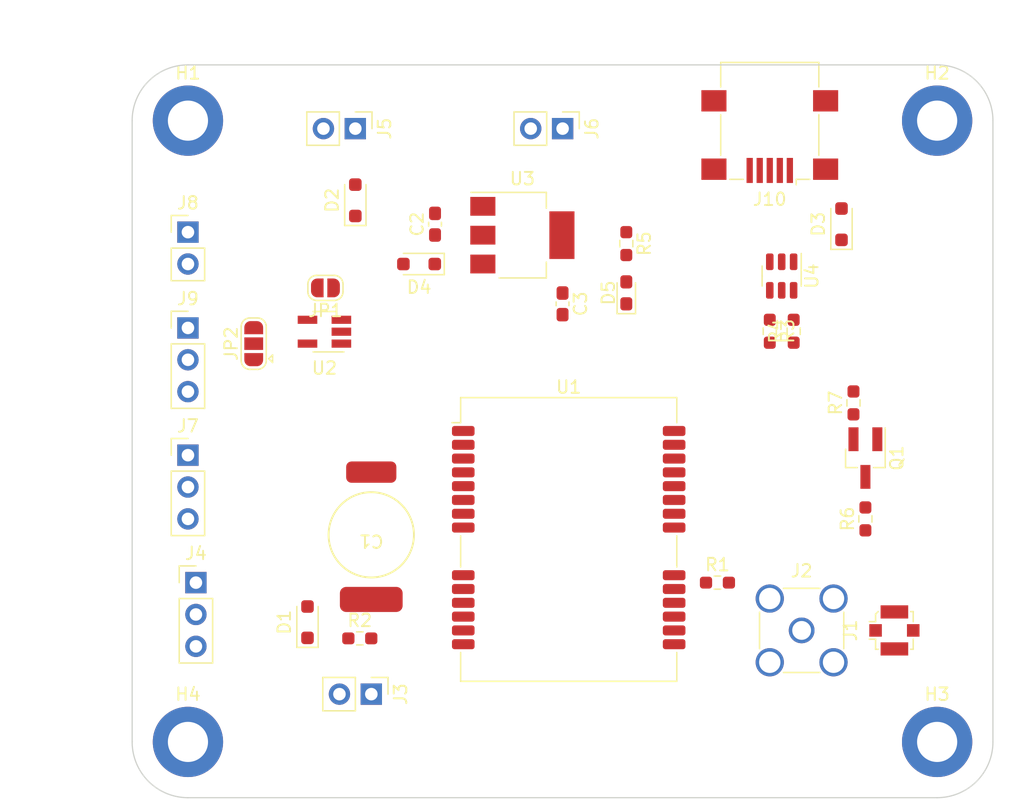
<source format=kicad_pcb>
(kicad_pcb (version 20221018) (generator pcbnew)
  (layers (0 "F.Cu" signal) (31 "B.Cu" signal) (34 "B.Paste" user) (35 "F.Paste" user) (36 "B.SilkS" user "B.Silkscreen") (37 "F.SilkS" user "F.Silkscreen") (38 "B.Mask" user) (39 "F.Mask" user) (44 "Edge.Cuts" user))
  (net 0 "")
  (net 1 "GND")
  (net 2 "+3.3V")
  (net 3 "+5V")
  (net 4 "Net-(D5-A)")
  (net 5 "Net-(J8-Pin_1)")
  (net 6 "Net-(J3-Pin_1)")
  (net 7 "Net-(D1-K)")
  (net 8 "Net-(J9-Pin_1)")
  (net 9 "Net-(J4-Pin_1)")
  (net 10 "Net-(J4-Pin_2)")
  (net 11 "Net-(J9-Pin_2)")
  (net 12 "Net-(J10-D-)")
  (net 13 "Net-(J10-D+)")
  (net 14 "Net-(J7-Pin_1)")
  (net 15 "Net-(J7-Pin_2)")
  (net 16 "VBUS")
  (net 18 "Net-(JP1-A)")
  (net 19 "Net-(JP2-C)")
  (net 20 "Net-(Q1-B)")
  (net 21 "VDDUSB")
  (net 22 "Net-(U1-V_ANT)")
  (net 23 "Net-(U1-VCC_RF)")
  (net 24 "USB_DP")
  (net 25 "USB_DM")
  (net 26 "Net-(R3-Pad1)")
  (net 31 "Net-(J1-In)")
  (net 37 "5V_IN")
  (net 38 "Net-(R4-Pad2)")
  (footprint "Connector_PinHeader_2.54mm:PinHeader_1x03_P2.54mm_Vertical" (layer "F.Cu") (at 86.995 115.57)
    (fp_text reference "J7" (at 0 -2.33) (layer "F.SilkS"))
    (fp_text value "Conn_01x03")
    (fp_line (start -1.33 -1.33) (end 0 -1.33) (stroke (width 0.12)) (layer "F.SilkS"))
    (fp_line (start -1.33 0) (end -1.33 -1.33) (stroke (width 0.12)) (layer "F.SilkS"))
    (fp_line (start -1.33 1.27) (end -1.33 6.41) (stroke (width 0.12)) (layer "F.SilkS"))
    (fp_line (start -1.33 1.27) (end 1.33 1.27) (stroke (width 0.12)) (layer "F.SilkS"))
    (fp_line (start -1.33 6.41) (end 1.33 6.41) (stroke (width 0.12)) (layer "F.SilkS"))
    (fp_line (start 1.33 1.27) (end 1.33 6.41) (stroke (width 0.12)) (layer "F.SilkS"))
    (pad "1" thru_hole rect (at 0 0) (size 1.7 1.7) (drill 1) (layers "*.Cu" "*.Mask") (net 14 "Net-(J7-Pin_1)"))
    (pad "2" thru_hole oval (at 0 2.54) (size 1.7 1.7) (drill 1) (layers "*.Cu" "*.Mask") (net 15 "Net-(J7-Pin_2)"))
    (pad "3" thru_hole oval (at 0 5.08) (size 1.7 1.7) (drill 1) (layers "*.Cu" "*.Mask") (net 1 "GND"))
  )
  (footprint "Connector_PinHeader_2.54mm:PinHeader_1x03_P2.54mm_Vertical" (layer "F.Cu") (at 86.995 105.425)
    (fp_text reference "J9" (at 0 -2.33) (layer "F.SilkS"))
    (fp_text value "Conn_01x03")
    (fp_line (start -1.33 -1.33) (end 0 -1.33) (stroke (width 0.12)) (layer "F.SilkS"))
    (fp_line (start -1.33 0) (end -1.33 -1.33) (stroke (width 0.12)) (layer "F.SilkS"))
    (fp_line (start -1.33 1.27) (end -1.33 6.41) (stroke (width 0.12)) (layer "F.SilkS"))
    (fp_line (start -1.33 1.27) (end 1.33 1.27) (stroke (width 0.12)) (layer "F.SilkS"))
    (fp_line (start -1.33 6.41) (end 1.33 6.41) (stroke (width 0.12)) (layer "F.SilkS"))
    (fp_line (start 1.33 1.27) (end 1.33 6.41) (stroke (width 0.12)) (layer "F.SilkS"))
    (pad "1" thru_hole rect (at 0 0) (size 1.7 1.7) (drill 1) (layers "*.Cu" "*.Mask") (net 8 "Net-(J9-Pin_1)"))
    (pad "2" thru_hole oval (at 0 2.54) (size 1.7 1.7) (drill 1) (layers "*.Cu" "*.Mask") (net 11 "Net-(J9-Pin_2)"))
    (pad "3" thru_hole oval (at 0 5.08) (size 1.7 1.7) (drill 1) (layers "*.Cu" "*.Mask") (net 1 "GND"))
  )
  (footprint "Package_TO_SOT_SMD:SOT-23_Handsoldering" (layer "F.Cu") (at 140.97 115.8 -90)
    (fp_text reference "Q1" (at 0 -2.5 90) (layer "F.SilkS"))
    (fp_text value "NPN")
    (fp_line (start 0.76 -1.58) (end -2.4 -1.58) (stroke (width 0.12)) (layer "F.SilkS"))
    (fp_line (start 0.76 -1.58) (end 0.76 -0.65) (stroke (width 0.12)) (layer "F.SilkS"))
    (fp_line (start 0.76 1.58) (end -0.7 1.58) (stroke (width 0.12)) (layer "F.SilkS"))
    (fp_line (start 0.76 1.58) (end 0.76 0.65) (stroke (width 0.12)) (layer "F.SilkS"))
    (pad "1" smd rect (at -1.5 -0.95 270) (size 1.9 0.8) (layers "F.Cu" "F.Paste" "F.Mask") (net 2 "+3.3V"))
    (pad "2" smd rect (at -1.5 0.95 270) (size 1.9 0.8) (layers "F.Cu" "F.Paste" "F.Mask") (net 20 "Net-(Q1-B)"))
    (pad "3" smd rect (at 1.5 0 270) (size 1.9 0.8) (layers "F.Cu" "F.Paste" "F.Mask") (net 21 "VDDUSB"))
  )
  (footprint "Jumper:SolderJumper-2_P1.3mm_Open_RoundedPad1.0x1.5mm" (layer "F.Cu") (at 97.95 102.235 180)
    (fp_text reference "JP1" (at 0 -1.8) (layer "F.SilkS"))
    (fp_text value "SolderJumper_2_Open")
    (fp_line (start -1.4 0.3) (end -1.4 -0.3) (stroke (width 0.12)) (layer "F.SilkS"))
    (fp_line (start -0.7 -1) (end 0.7 -1) (stroke (width 0.12)) (layer "F.SilkS"))
    (fp_line (start 0.7 1) (end -0.7 1) (stroke (width 0.12)) (layer "F.SilkS"))
    (fp_line (start 1.4 -0.3) (end 1.4 0.3) (stroke (width 0.12)) (layer "F.SilkS"))
    (fp_arc (start -1.4 -0.3) (mid -1.194975 -0.794975) (end -0.7 -1) (stroke (width 0.12)) (layer "F.SilkS"))
    (fp_arc (start -0.7 1) (mid -1.194975 0.794975) (end -1.4 0.3) (stroke (width 0.12)) (layer "F.SilkS"))
    (fp_arc (start 0.7 -1) (mid 1.194975 -0.794975) (end 1.4 -0.3) (stroke (width 0.12)) (layer "F.SilkS"))
    (fp_arc (start 1.4 0.3) (mid 1.194975 0.794975) (end 0.7 1) (stroke (width 0.12)) (layer "F.SilkS"))
    (pad "1" smd custom (at -0.65 0 180) (size 1 0.5) (layers "F.Cu" "F.Mask") (net 18 "Net-(JP1-A)") (options (clearance outline) (anchor rect)) (primitives (gr_circle (center 0 0.25) (end 0.5 0.25) (width 0) (fill yes)) (gr_circle (center 0 -0.25) (end 0.5 -0.25) (width 0) (fill yes)) (gr_poly (pts (xy 0.5 0.75) (xy 0 0.75) (xy 0 -0.75) (xy 0.5 -0.75)) (width 0) (fill yes))))
    (pad "2" smd custom (at 0.65 0 180) (size 1 0.5) (layers "F.Cu" "F.Mask") (net 5 "Net-(J8-Pin_1)") (options (clearance outline) (anchor rect)) (primitives (gr_circle (center 0 0.25) (end 0.5 0.25) (width 0) (fill yes)) (gr_circle (center 0 -0.25) (end 0.5 -0.25) (width 0) (fill yes)) (gr_poly (pts (xy 0 0.75) (xy -0.5 0.75) (xy -0.5 -0.75) (xy 0 -0.75)) (width 0) (fill yes))))
  )
  (footprint "Package_TO_SOT_SMD:SOT-23-5_HandSoldering" (layer "F.Cu") (at 97.87 105.725 180)
    (fp_text reference "U2" (at 0 -2.9) (layer "F.SilkS"))
    (fp_text value "74LVC1G17")
    (fp_line (start -0.9 1.61) (end 0.9 1.61) (stroke (width 0.12)) (layer "F.SilkS"))
    (fp_line (start 0.9 -1.61) (end -1.55 -1.61) (stroke (width 0.12)) (layer "F.SilkS"))
    (pad "1" smd rect (at -1.35 -0.95 180) (size 1.56 0.65) (layers "F.Cu" "F.Paste" "F.Mask"))
    (pad "2" smd rect (at -1.35 0 180) (size 1.56 0.65) (layers "F.Cu" "F.Paste" "F.Mask") (net 18 "Net-(JP1-A)"))
    (pad "3" smd rect (at -1.35 0.95 180) (size 1.56 0.65) (layers "F.Cu" "F.Paste" "F.Mask") (net 1 "GND"))
    (pad "4" smd rect (at 1.35 0.95 180) (size 1.56 0.65) (layers "F.Cu" "F.Paste" "F.Mask") (net 5 "Net-(J8-Pin_1)"))
    (pad "5" smd rect (at 1.35 -0.95 180) (size 1.56 0.65) (layers "F.Cu" "F.Paste" "F.Mask") (net 19 "Net-(JP2-C)"))
  )
  (footprint "RF_GPS:ublox_LEA" (layer "F.Cu") (at 117.33 122.14)
    (fp_text reference "U1" (at 0 -12) (layer "F.SilkS"))
    (fp_text value "~")
    (fp_line (start -9.3 -9.16) (end -8.61 -9.16) (stroke (width 0.12)) (layer "F.SilkS"))
    (fp_line (start -8.61 -11.16) (end -8.61 -9.16) (stroke (width 0.12)) (layer "F.SilkS"))
    (fp_line (start -8.61 -11.16) (end 8.61 -11.16) (stroke (width 0.12)) (layer "F.SilkS"))
    (fp_line (start -8.61 -0.14) (end -8.61 2.34) (stroke (width 0.12)) (layer "F.SilkS"))
    (fp_line (start -8.61 9.16) (end -8.61 11.46) (stroke (width 0.12)) (layer "F.SilkS"))
    (fp_line (start -8.61 11.46) (end 8.61 11.46) (stroke (width 0.12)) (layer "F.SilkS"))
    (fp_line (start 8.61 -11.16) (end 8.61 -9.16) (stroke (width 0.12)) (layer "F.SilkS"))
    (fp_line (start 8.61 -0.14) (end 8.61 2.34) (stroke (width 0.12)) (layer "F.SilkS"))
    (fp_line (start 8.61 9.16) (end 8.61 11.46) (stroke (width 0.12)) (layer "F.SilkS"))
    (pad "1" smd roundrect (at -8.4 -8.5) (size 1.8 0.8) (layers "F.Cu" "F.Paste" "F.Mask") (net 8 "Net-(J9-Pin_1)"))
    (pad "2" smd roundrect (at -8.4 -7.4) (size 1.8 0.8) (layers "F.Cu" "F.Paste" "F.Mask") (net 11 "Net-(J9-Pin_2)"))
    (pad "3" smd roundrect (at -8.4 -6.3) (size 1.8 0.8) (layers "F.Cu" "F.Paste" "F.Mask") (net 14 "Net-(J7-Pin_1)"))
    (pad "4" smd roundrect (at -8.4 -5.2) (size 1.8 0.8) (layers "F.Cu" "F.Paste" "F.Mask") (net 15 "Net-(J7-Pin_2)"))
    (pad "5" smd roundrect (at -8.4 -4.1) (size 1.8 0.8) (layers "F.Cu" "F.Paste" "F.Mask"))
    (pad "6" smd roundrect (at -8.4 -3) (size 1.8 0.8) (layers "F.Cu" "F.Paste" "F.Mask") (net 2 "+3.3V"))
    (pad "7" smd roundrect (at -8.4 -1.9) (size 1.8 0.8) (layers "F.Cu" "F.Paste" "F.Mask") (net 1 "GND"))
    (pad "8" smd roundrect (at -8.4 -0.8) (size 1.8 0.8) (layers "F.Cu" "F.Paste" "F.Mask"))
    (pad "9" smd roundrect (at -8.4 3) (size 1.8 0.8) (layers "F.Cu" "F.Paste" "F.Mask"))
    (pad "10" smd roundrect (at -8.4 4.1) (size 1.8 0.8) (layers "F.Cu" "F.Paste" "F.Mask") (net 9 "Net-(J4-Pin_1)"))
    (pad "11" smd roundrect (at -8.4 5.2) (size 1.8 0.8) (layers "F.Cu" "F.Paste" "F.Mask") (net 6 "Net-(J3-Pin_1)"))
    (pad "12" smd roundrect (at -8.4 6.3) (size 1.8 0.8) (layers "F.Cu" "F.Paste" "F.Mask"))
    (pad "13" smd roundrect (at -8.4 7.4) (size 1.8 0.8) (layers "F.Cu" "F.Paste" "F.Mask") (net 1 "GND"))
    (pad "14" smd roundrect (at -8.4 8.5) (size 1.8 0.8) (layers "F.Cu" "F.Paste" "F.Mask") (net 1 "GND"))
    (pad "15" smd roundrect (at 8.4 8.5) (size 1.8 0.8) (layers "F.Cu" "F.Paste" "F.Mask") (net 1 "GND"))
    (pad "16" smd roundrect (at 8.4 7.4) (size 1.8 0.8) (layers "F.Cu" "F.Paste" "F.Mask") (net 31 "Net-(J1-In)"))
    (pad "17" smd roundrect (at 8.4 6.3) (size 1.8 0.8) (layers "F.Cu" "F.Paste" "F.Mask") (net 1 "GND"))
    (pad "18" smd roundrect (at 8.4 5.2) (size 1.8 0.8) (layers "F.Cu" "F.Paste" "F.Mask") (net 23 "Net-(U1-VCC_RF)"))
    (pad "19" smd roundrect (at 8.4 4.1) (size 1.8 0.8) (layers "F.Cu" "F.Paste" "F.Mask") (net 22 "Net-(U1-V_ANT)"))
    (pad "20" smd roundrect (at 8.4 3) (size 1.8 0.8) (layers "F.Cu" "F.Paste" "F.Mask"))
    (pad "21" smd roundrect (at 8.4 -0.8) (size 1.8 0.8) (layers "F.Cu" "F.Paste" "F.Mask"))
    (pad "22" smd roundrect (at 8.4 -1.9) (size 1.8 0.8) (layers "F.Cu" "F.Paste" "F.Mask"))
    (pad "23" smd roundrect (at 8.4 -3) (size 1.8 0.8) (layers "F.Cu" "F.Paste" "F.Mask"))
    (pad "24" smd roundrect (at 8.4 -4.1) (size 1.8 0.8) (layers "F.Cu" "F.Paste" "F.Mask") (net 21 "VDDUSB"))
    (pad "25" smd roundrect (at 8.4 -5.2) (size 1.8 0.8) (layers "F.Cu" "F.Paste" "F.Mask") (net 25 "USB_DM"))
    (pad "26" smd roundrect (at 8.4 -6.3) (size 1.8 0.8) (layers "F.Cu" "F.Paste" "F.Mask") (net 24 "USB_DP"))
    (pad "27" smd roundrect (at 8.4 -7.4) (size 1.8 0.8) (layers "F.Cu" "F.Paste" "F.Mask") (net 10 "Net-(J4-Pin_2)"))
    (pad "28" smd roundrect (at 8.4 -8.5) (size 1.8 0.8) (layers "F.Cu" "F.Paste" "F.Mask") (net 18 "Net-(JP1-A)"))
  )
  (footprint "Connector_PinHeader_2.54mm:PinHeader_1x03_P2.54mm_Vertical" (layer "F.Cu") (at 87.63 125.73)
    (fp_text reference "J4" (at 0 -2.33) (layer "F.SilkS"))
    (fp_text value "Conn_01x03")
    (fp_line (start -1.33 -1.33) (end 0 -1.33) (stroke (width 0.12)) (layer "F.SilkS"))
    (fp_line (start -1.33 0) (end -1.33 -1.33) (stroke (width 0.12)) (layer "F.SilkS"))
    (fp_line (start -1.33 1.27) (end -1.33 6.41) (stroke (width 0.12)) (layer "F.SilkS"))
    (fp_line (start -1.33 1.27) (end 1.33 1.27) (stroke (width 0.12)) (layer "F.SilkS"))
    (fp_line (start -1.33 6.41) (end 1.33 6.41) (stroke (width 0.12)) (layer "F.SilkS"))
    (fp_line (start 1.33 1.27) (end 1.33 6.41) (stroke (width 0.12)) (layer "F.SilkS"))
    (pad "1" thru_hole rect (at 0 0) (size 1.7 1.7) (drill 1) (layers "*.Cu" "*.Mask") (net 9 "Net-(J4-Pin_1)"))
    (pad "2" thru_hole oval (at 0 2.54) (size 1.7 1.7) (drill 1) (layers "*.Cu" "*.Mask") (net 10 "Net-(J4-Pin_2)"))
    (pad "3" thru_hole oval (at 0 5.08) (size 1.7 1.7) (drill 1) (layers "*.Cu" "*.Mask") (net 1 "GND"))
  )
  (footprint "Resistor_SMD:R_0603_1608Metric_Pad0.98x0.95mm_HandSolder" (layer "F.Cu") (at 140.97 120.65 90)
    (fp_text reference "R6" (at 0 -1.43 90) (layer "F.SilkS"))
    (fp_text value "10k")
    (fp_line (start -0.254724 -0.5225) (end 0.254724 -0.5225) (stroke (width 0.12)) (layer "F.SilkS"))
    (fp_line (start -0.254724 0.5225) (end 0.254724 0.5225) (stroke (width 0.12)) (layer "F.SilkS"))
    (pad "1" smd roundrect (at -0.9125 0 90) (size 0.975 0.95) (layers "F.Cu" "F.Paste" "F.Mask") (net 1 "GND"))
    (pad "2" smd roundrect (at 0.9125 0 90) (size 0.975 0.95) (layers "F.Cu" "F.Paste" "F.Mask") (net 21 "VDDUSB"))
  )
  (footprint "Resistor_SMD:R_0603_1608Metric_Pad0.98x0.95mm_HandSolder" (layer "F.Cu") (at 135.255 105.6875 90)
    (fp_text reference "R4" (at 0 -1.43 90) (layer "F.SilkS"))
    (fp_text value "22")
    (fp_line (start -0.254724 -0.5225) (end 0.254724 -0.5225) (stroke (width 0.12)) (layer "F.SilkS"))
    (fp_line (start -0.254724 0.5225) (end 0.254724 0.5225) (stroke (width 0.12)) (layer "F.SilkS"))
    (pad "1" smd roundrect (at -0.9125 0 90) (size 0.975 0.95) (layers "F.Cu" "F.Paste" "F.Mask") (net 25 "USB_DM"))
    (pad "2" smd roundrect (at 0.9125 0 90) (size 0.975 0.95) (layers "F.Cu" "F.Paste" "F.Mask") (net 38 "Net-(R4-Pad2)"))
  )
  (footprint "Connector_PinHeader_2.54mm:PinHeader_1x02_P2.54mm_Vertical" (layer "F.Cu") (at 116.845 89.535 -90)
    (fp_text reference "J6" (at 0 -2.33 90) (layer "F.SilkS"))
    (fp_text value "Conn_01x02")
    (fp_line (start -1.33 -1.33) (end 0 -1.33) (stroke (width 0.12)) (layer "F.SilkS"))
    (fp_line (start -1.33 0) (end -1.33 -1.33) (stroke (width 0.12)) (layer "F.SilkS"))
    (fp_line (start -1.33 1.27) (end -1.33 3.87) (stroke (width 0.12)) (layer "F.SilkS"))
    (fp_line (start -1.33 1.27) (end 1.33 1.27) (stroke (width 0.12)) (layer "F.SilkS"))
    (fp_line (start -1.33 3.87) (end 1.33 3.87) (stroke (width 0.12)) (layer "F.SilkS"))
    (fp_line (start 1.33 1.27) (end 1.33 3.87) (stroke (width 0.12)) (layer "F.SilkS"))
    (pad "1" thru_hole rect (at 0 0 270) (size 1.7 1.7) (drill 1) (layers "*.Cu" "*.Mask") (net 2 "+3.3V"))
    (pad "2" thru_hole oval (at 0 2.54 270) (size 1.7 1.7) (drill 1) (layers "*.Cu" "*.Mask") (net 1 "GND"))
  )
  (footprint "Diode_SMD:D_SOD-323_HandSoldering" (layer "F.Cu") (at 96.52 128.885 90)
    (fp_text reference "D1" (at 0 -1.85 90) (layer "F.SilkS"))
    (fp_text value "BAT42W")
    (fp_line (start -2.01 -0.85) (end -2.01 0.85) (stroke (width 0.12)) (layer "F.SilkS"))
    (fp_line (start -2.01 -0.85) (end 1.25 -0.85) (stroke (width 0.12)) (layer "F.SilkS"))
    (fp_line (start -2.01 0.85) (end 1.25 0.85) (stroke (width 0.12)) (layer "F.SilkS"))
    (pad "1" smd roundrect (at -1.25 0 90) (size 1 1) (layers "F.Cu" "F.Paste" "F.Mask") (net 7 "Net-(D1-K)"))
    (pad "2" smd roundrect (at 1.25 0 90) (size 1 1) (layers "F.Cu" "F.Paste" "F.Mask") (net 2 "+3.3V"))
  )
  (footprint "Resistor_SMD:R_0603_1608Metric_Pad0.98x0.95mm_HandSolder" (layer "F.Cu") (at 129.1825 125.73)
    (fp_text reference "R1" (at 0 -1.43) (layer "F.SilkS"))
    (fp_text value "10")
    (fp_line (start -0.254724 -0.5225) (end 0.254724 -0.5225) (stroke (width 0.12)) (layer "F.SilkS"))
    (fp_line (start -0.254724 0.5225) (end 0.254724 0.5225) (stroke (width 0.12)) (layer "F.SilkS"))
    (pad "1" smd roundrect (at -0.9125 0) (size 0.975 0.95) (layers "F.Cu" "F.Paste" "F.Mask") (net 22 "Net-(U1-V_ANT)"))
    (pad "2" smd roundrect (at 0.9125 0) (size 0.975 0.95) (layers "F.Cu" "F.Paste" "F.Mask") (net 23 "Net-(U1-VCC_RF)"))
  )
  (footprint "Diode_SMD:D_SOD-323_HandSoldering" (layer "F.Cu") (at 139.065 97.155 90)
    (fp_text reference "D3" (at 0 -1.85 90) (layer "F.SilkS"))
    (fp_text value "BAT4W")
    (fp_line (start -2.01 -0.85) (end -2.01 0.85) (stroke (width 0.12)) (layer "F.SilkS"))
    (fp_line (start -2.01 -0.85) (end 1.25 -0.85) (stroke (width 0.12)) (layer "F.SilkS"))
    (fp_line (start -2.01 0.85) (end 1.25 0.85) (stroke (width 0.12)) (layer "F.SilkS"))
    (pad "1" smd roundrect (at -1.25 0 90) (size 1 1) (layers "F.Cu" "F.Paste" "F.Mask") (net 3 "+5V"))
    (pad "2" smd roundrect (at 1.25 0 90) (size 1 1) (layers "F.Cu" "F.Paste" "F.Mask") (net 16 "VBUS"))
  )
  (footprint "Connector_PinHeader_2.54mm:PinHeader_1x02_P2.54mm_Vertical" (layer "F.Cu") (at 86.995 97.79)
    (fp_text reference "J8" (at 0 -2.33) (layer "F.SilkS"))
    (fp_text value "Conn_01x02")
    (fp_line (start -1.33 -1.33) (end 0 -1.33) (stroke (width 0.12)) (layer "F.SilkS"))
    (fp_line (start -1.33 0) (end -1.33 -1.33) (stroke (width 0.12)) (layer "F.SilkS"))
    (fp_line (start -1.33 1.27) (end -1.33 3.87) (stroke (width 0.12)) (layer "F.SilkS"))
    (fp_line (start -1.33 1.27) (end 1.33 1.27) (stroke (width 0.12)) (layer "F.SilkS"))
    (fp_line (start -1.33 3.87) (end 1.33 3.87) (stroke (width 0.12)) (layer "F.SilkS"))
    (fp_line (start 1.33 1.27) (end 1.33 3.87) (stroke (width 0.12)) (layer "F.SilkS"))
    (pad "1" thru_hole rect (at 0 0) (size 1.7 1.7) (drill 1) (layers "*.Cu" "*.Mask") (net 5 "Net-(J8-Pin_1)"))
    (pad "2" thru_hole oval (at 0 2.54) (size 1.7 1.7) (drill 1) (layers "*.Cu" "*.Mask") (net 1 "GND"))
  )
  (footprint "MountingHole:MountingHole_3.2mm_M3_DIN965_Pad_TopBottom" (layer "F.Cu") (at 146.685 88.9)
    (fp_text reference "H2" (at 0 -3.8) (layer "F.SilkS"))
    (fp_text value "MountingHole_Pad")
    (pad "1" thru_hole circle (at 0 0) (size 3.6 3.6) (drill 3.2) (layers "*.Cu" "*.Mask"))
    (pad "1" connect circle (at 0 0) (size 5.6 5.6) (layers "F.Cu" "F.Mask"))
    (pad "1" connect circle (at 0 0) (size 5.6 5.6) (layers "B.Cu" "B.Mask"))
  )
  (footprint "DMS3R3224RF:DMS3R3224RF" (layer "F.Cu") (at 101.6 121.92 180)
    (fp_text reference "C1" (at 0 -0.5 180 unlocked) (layer "F.SilkS"))
    (fp_text value "0.22F")
    (fp_circle (center 0 0) (end 3.4 0) (stroke (width 0.15)) (fill none) (layer "F.SilkS"))
    (pad "1" smd roundrect (at 0 -5.15 180) (size 5 2) (layers "F.Cu" "F.Paste" "F.Mask") (net 6 "Net-(J3-Pin_1)"))
    (pad "2" smd roundrect (at 0 5 180) (size 4 1.7) (layers "F.Cu" "F.Paste" "F.Mask") (net 1 "GND"))
  )
  (footprint "Resistor_SMD:R_0603_1608Metric_Pad0.98x0.95mm_HandSolder" (layer "F.Cu") (at 140.02 111.4025 90)
    (fp_text reference "R7" (at 0 -1.43 90) (layer "F.SilkS"))
    (fp_text value "4.7k")
    (fp_line (start -0.254724 -0.5225) (end 0.254724 -0.5225) (stroke (width 0.12)) (layer "F.SilkS"))
    (fp_line (start -0.254724 0.5225) (end 0.254724 0.5225) (stroke (width 0.12)) (layer "F.SilkS"))
    (pad "1" smd roundrect (at -0.9125 0 90) (size 0.975 0.95) (layers "F.Cu" "F.Paste" "F.Mask") (net 20 "Net-(Q1-B)"))
    (pad "2" smd roundrect (at 0.9125 0 90) (size 0.975 0.95) (layers "F.Cu" "F.Paste" "F.Mask") (net 16 "VBUS"))
  )
  (footprint "Connector_Coaxial:U.FL_Molex_MCRF_73412-0110_Vertical" (layer "F.Cu") (at 143.28 129.54 -90)
    (fp_text reference "J1" (at 0 3.5 -270) (layer "F.SilkS"))
    (fp_text value "U.FL")
    (fp_line (start -1.5 -1.5) (end -0.7 -1.5) (stroke (width 0.12)) (layer "F.SilkS"))
    (fp_line (start -1.5 -1.3) (end -1.5 -1.5) (stroke (width 0.12)) (layer "F.SilkS"))
    (fp_line (start -1.3 1.5) (end -1.5 1.3) (stroke (width 0.12)) (layer "F.SilkS"))
    (fp_line (start -0.7 1.5) (end -1.3 1.5) (stroke (width 0.12)) (layer "F.SilkS"))
    (fp_line (start -0.7 1.5) (end -0.7 2) (stroke (width 0.12)) (layer "F.SilkS"))
    (fp_line (start 0.7 -1.5) (end 1.5 -1.5) (stroke (width 0.12)) (layer "F.SilkS"))
    (fp_line (start 0.7 1.5) (end 0.7 2) (stroke (width 0.12)) (layer "F.SilkS"))
    (fp_line (start 1.5 -1.5) (end 1.5 -1.3) (stroke (width 0.12)) (layer "F.SilkS"))
    (fp_line (start 1.5 1.3) (end 1.5 1.5) (stroke (width 0.12)) (layer "F.SilkS"))
    (fp_line (start 1.5 1.5) (end 0.7 1.5) (stroke (width 0.12)) (layer "F.SilkS"))
    (pad "1" smd rect (at 0 1.5 270) (size 1 1) (layers "F.Cu" "F.Paste" "F.Mask") (net 31 "Net-(J1-In)"))
    (pad "2" smd rect (at -1.475 0 270) (size 1.05 2.2) (layers "F.Cu" "F.Paste" "F.Mask") (net 1 "GND"))
    (pad "2" smd rect (at 0 -1.5 270) (size 1 1) (layers "F.Cu" "F.Paste" "F.Mask") (net 1 "GND"))
    (pad "2" smd rect (at 1.475 0 270) (size 1.05 2.2) (layers "F.Cu" "F.Paste" "F.Mask") (net 1 "GND"))
  )
  (footprint "MountingHole:MountingHole_3.2mm_M3_DIN965_Pad_TopBottom" (layer "F.Cu") (at 86.995 138.43)
    (fp_text reference "H4" (at 0 -3.8) (layer "F.SilkS"))
    (fp_text value "MountingHole_Pad")
    (pad "1" thru_hole circle (at 0 0) (size 3.6 3.6) (drill 3.2) (layers "*.Cu" "*.Mask"))
    (pad "1" connect circle (at 0 0) (size 5.6 5.6) (layers "F.Cu" "F.Mask"))
    (pad "1" connect circle (at 0 0) (size 5.6 5.6) (layers "B.Cu" "B.Mask"))
  )
  (footprint "Connector_PinHeader_2.54mm:PinHeader_1x02_P2.54mm_Vertical" (layer "F.Cu") (at 101.605 134.62 -90)
    (fp_text reference "J3" (at 0 -2.33 90) (layer "F.SilkS"))
    (fp_text value "Conn_01x02")
    (fp_line (start -1.33 -1.33) (end 0 -1.33) (stroke (width 0.12)) (layer "F.SilkS"))
    (fp_line (start -1.33 0) (end -1.33 -1.33) (stroke (width 0.12)) (layer "F.SilkS"))
    (fp_line (start -1.33 1.27) (end -1.33 3.87) (stroke (width 0.12)) (layer "F.SilkS"))
    (fp_line (start -1.33 1.27) (end 1.33 1.27) (stroke (width 0.12)) (layer "F.SilkS"))
    (fp_line (start -1.33 3.87) (end 1.33 3.87) (stroke (width 0.12)) (layer "F.SilkS"))
    (fp_line (start 1.33 1.27) (end 1.33 3.87) (stroke (width 0.12)) (layer "F.SilkS"))
    (pad "1" thru_hole rect (at 0 0 270) (size 1.7 1.7) (drill 1) (layers "*.Cu" "*.Mask") (net 6 "Net-(J3-Pin_1)"))
    (pad "2" thru_hole oval (at 0 2.54 270) (size 1.7 1.7) (drill 1) (layers "*.Cu" "*.Mask") (net 1 "GND"))
  )
  (footprint "Connector_Coaxial:SMA_Amphenol_901-144_Vertical" (layer "F.Cu") (at 135.89 129.54)
    (fp_text reference "J2" (at 0 -4.75) (layer "F.SilkS"))
    (fp_text value "SMA")
    (fp_line (start -3.355 -1.45) (end -3.355 1.45) (stroke (width 0.12)) (layer "F.SilkS"))
    (fp_line (start -1.45 -3.355) (end 1.45 -3.355) (stroke (width 0.12)) (layer "F.SilkS"))
    (fp_line (start -1.45 3.355) (end 1.45 3.355) (stroke (width 0.12)) (layer "F.SilkS"))
    (fp_line (start 3.355 -1.45) (end 3.355 1.45) (stroke (width 0.12)) (layer "F.SilkS"))
    (pad "1" thru_hole circle (at 0 0) (size 2.05 2.05) (drill 1.5) (layers "*.Cu" "*.Mask") (net 31 "Net-(J1-In)"))
    (pad "2" thru_hole circle (at -2.54 -2.54) (size 2.25 2.25) (drill 1.7) (layers "*.Cu" "*.Mask") (net 1 "GND"))
    (pad "2" thru_hole circle (at -2.54 2.54) (size 2.25 2.25) (drill 1.7) (layers "*.Cu" "*.Mask") (net 1 "GND"))
    (pad "2" thru_hole circle (at 2.54 -2.54) (size 2.25 2.25) (drill 1.7) (layers "*.Cu" "*.Mask") (net 1 "GND"))
    (pad "2" thru_hole circle (at 2.54 2.54) (size 2.25 2.25) (drill 1.7) (layers "*.Cu" "*.Mask") (net 1 "GND"))
  )
  (footprint "MountingHole:MountingHole_3.2mm_M3_DIN965_Pad_TopBottom" (layer "F.Cu") (at 86.995 88.9)
    (fp_text reference "H1" (at 0 -3.8) (layer "F.SilkS"))
    (fp_text value "MountingHole_Pad")
    (pad "1" thru_hole circle (at 0 0) (size 3.6 3.6) (drill 3.2) (layers "*.Cu" "*.Mask"))
    (pad "1" connect circle (at 0 0) (size 5.6 5.6) (layers "F.Cu" "F.Mask"))
    (pad "1" connect circle (at 0 0) (size 5.6 5.6) (layers "B.Cu" "B.Mask"))
  )
  (footprint "Package_TO_SOT_SMD:SOT-23-6" (layer "F.Cu") (at 134.3 101.29 -90)
    (fp_text reference "U4" (at 0 -2.4 90) (layer "F.SilkS"))
    (fp_text value "USBLC6-2SC6")
    (fp_line (start 0 -1.56) (end -1.8 -1.56) (stroke (width 0.12)) (layer "F.SilkS"))
    (fp_line (start 0 -1.56) (end 0.8 -1.56) (stroke (width 0.12)) (layer "F.SilkS"))
    (fp_line (start 0 1.56) (end -0.8 1.56) (stroke (width 0.12)) (layer "F.SilkS"))
    (fp_line (start 0 1.56) (end 0.8 1.56) (stroke (width 0.12)) (layer "F.SilkS"))
    (pad "1" smd roundrect (at -1.1375 -0.95 270) (size 1.325 0.6) (layers "F.Cu" "F.Paste" "F.Mask") (net 12 "Net-(J10-D-)"))
    (pad "2" smd roundrect (at -1.1375 0 270) (size 1.325 0.6) (layers "F.Cu" "F.Paste" "F.Mask") (net 1 "GND"))
    (pad "3" smd roundrect (at -1.1375 0.95 270) (size 1.325 0.6) (layers "F.Cu" "F.Paste" "F.Mask") (net 13 "Net-(J10-D+)"))
    (pad "4" smd roundrect (at 1.1375 0.95 270) (size 1.325 0.6) (layers "F.Cu" "F.Paste" "F.Mask") (net 26 "Net-(R3-Pad1)"))
    (pad "5" smd roundrect (at 1.1375 0 270) (size 1.325 0.6) (layers "F.Cu" "F.Paste" "F.Mask") (net 2 "+3.3V"))
    (pad "6" smd roundrect (at 1.1375 -0.95 270) (size 1.325 0.6) (layers "F.Cu" "F.Paste" "F.Mask") (net 38 "Net-(R4-Pad2)"))
  )
  (footprint "Resistor_SMD:R_0603_1608Metric_Pad0.98x0.95mm_HandSolder" (layer "F.Cu") (at 121.92 98.7025 -90)
    (fp_text reference "R5" (at 0 -1.43 90) (layer "F.SilkS"))
    (fp_text value "1k")
    (fp_line (start -0.254724 -0.5225) (end 0.254724 -0.5225) (stroke (width 0.12)) (layer "F.SilkS"))
    (fp_line (start -0.254724 0.5225) (end 0.254724 0.5225) (stroke (width 0.12)) (layer "F.SilkS"))
    (pad "1" smd roundrect (at -0.9125 0 270) (size 0.975 0.95) (layers "F.Cu" "F.Paste" "F.Mask") (net 2 "+3.3V"))
    (pad "2" smd roundrect (at 0.9125 0 270) (size 0.975 0.95) (layers "F.Cu" "F.Paste" "F.Mask") (net 4 "Net-(D5-A)"))
  )
  (footprint "Package_TO_SOT_SMD:SOT-223-3_TabPin2" (layer "F.Cu") (at 113.64 98.03)
    (fp_text reference "U3" (at 0 -4.5) (layer "F.SilkS"))
    (fp_text value "LM1117MP-3.3")
    (fp_line (start -4.1 -3.41) (end 1.91 -3.41) (stroke (width 0.12)) (layer "F.SilkS"))
    (fp_line (start -1.85 3.41) (end 1.91 3.41) (stroke (width 0.12)) (layer "F.SilkS"))
    (fp_line (start 1.91 -3.41) (end 1.91 -2.15) (stroke (width 0.12)) (layer "F.SilkS"))
    (fp_line (start 1.91 3.41) (end 1.91 2.15) (stroke (width 0.12)) (layer "F.SilkS"))
    (pad "1" smd rect (at -3.15 -2.3) (size 2 1.5) (layers "F.Cu" "F.Paste" "F.Mask") (net 1 "GND"))
    (pad "2" smd rect (at -3.15 0) (size 2 1.5) (layers "F.Cu" "F.Paste" "F.Mask") (net 2 "+3.3V"))
    (pad "2" smd rect (at 3.15 0) (size 2 3.8) (layers "F.Cu" "F.Paste" "F.Mask") (net 2 "+3.3V"))
    (pad "3" smd rect (at -3.15 2.3) (size 2 1.5) (layers "F.Cu" "F.Paste" "F.Mask") (net 3 "+5V"))
  )
  (footprint "Connector_USB:USB_Mini-B_Lumberg_2486_01_Horizontal" (layer "F.Cu") (at 133.35 90.17 180)
    (fp_text reference "J10" (at 0 -5) (layer "F.SilkS"))
    (fp_text value "USB_B_Mini")
    (fp_line (start -3.91 1.74) (end -3.91 -1.49) (stroke (width 0.12)) (layer "F.SilkS"))
    (fp_line (start -3.91 5.91) (end -3.91 3.96) (stroke (width 0.12)) (layer "F.SilkS"))
    (fp_line (start -3.19 -3.41) (end -2.11 -3.41) (stroke (width 0.12)) (layer "F.SilkS"))
    (fp_line (start -2.11 -3.41) (end -2.11 -3.84) (stroke (width 0.12)) (layer "F.SilkS"))
    (fp_line (start 2.11 -3.41) (end 3.19 -3.41) (stroke (width 0.12)) (layer "F.SilkS"))
    (fp_line (start 3.91 1.74) (end 3.91 -1.49) (stroke (width 0.12)) (layer "F.SilkS"))
    (fp_line (start 3.91 5.91) (end -3.91 5.91) (stroke (width 0.12)) (layer "F.SilkS"))
    (fp_line (start 3.91 5.91) (end 3.91 3.96) (stroke (width 0.12)) (layer "F.SilkS"))
    (pad "" np_thru_hole circle (at -2.2 0 180) (size 1 1) (drill 1) (layers "*.Cu" "*.Mask"))
    (pad "" np_thru_hole circle (at 2.2 0 180) (size 1 1) (drill 1) (layers "*.Cu" "*.Mask"))
    (pad "1" smd rect (at -1.6 -2.7 180) (size 0.5 2) (layers "F.Cu" "F.Paste" "F.Mask") (net 16 "VBUS"))
    (pad "2" smd rect (at -0.8 -2.7 180) (size 0.5 2) (layers "F.Cu" "F.Paste" "F.Mask") (net 12 "Net-(J10-D-)"))
    (pad "3" smd rect (at 0 -2.7 180) (size 0.5 2) (layers "F.Cu" "F.Paste" "F.Mask") (net 13 "Net-(J10-D+)"))
    (pad "4" smd rect (at 0.8 -2.7 180) (size 0.5 2) (layers "F.Cu" "F.Paste" "F.Mask"))
    (pad "5" smd rect (at 1.6 -2.7 180) (size 0.5 2) (layers "F.Cu" "F.Paste" "F.Mask") (net 1 "GND"))
    (pad "6" smd rect (at -4.45 -2.6 180) (size 2 1.7) (layers "F.Cu" "F.Paste" "F.Mask") (net 1 "GND"))
    (pad "6" smd rect (at -4.45 2.85 180) (size 2 1.7) (layers "F.Cu" "F.Paste" "F.Mask") (net 1 "GND"))
    (pad "6" smd rect (at 4.45 -2.6 180) (size 2 1.7) (layers "F.Cu" "F.Paste" "F.Mask") (net 1 "GND"))
    (pad "6" smd rect (at 4.45 2.85 180) (size 2 1.7) (layers "F.Cu" "F.Paste" "F.Mask") (net 1 "GND"))
  )
  (footprint "MountingHole:MountingHole_3.2mm_M3_DIN965_Pad_TopBottom" (layer "F.Cu") (at 146.685 138.43)
    (fp_text reference "H3" (at 0 -3.8) (layer "F.SilkS"))
    (fp_text value "MountingHole_Pad")
    (pad "1" thru_hole circle (at 0 0) (size 3.6 3.6) (drill 3.2) (layers "*.Cu" "*.Mask"))
    (pad "1" connect circle (at 0 0) (size 5.6 5.6) (layers "F.Cu" "F.Mask"))
    (pad "1" connect circle (at 0 0) (size 5.6 5.6) (layers "B.Cu" "B.Mask"))
  )
  (footprint "Capacitor_SMD:C_0603_1608Metric_Pad1.08x0.95mm_HandSolder" (layer "F.Cu") (at 116.84 103.505 -90)
    (fp_text reference "C3" (at 0 -1.43 90) (layer "F.SilkS"))
    (fp_text value "100nF")
    (fp_line (start -0.146267 -0.51) (end 0.146267 -0.51) (stroke (width 0.12)) (layer "F.SilkS"))
    (fp_line (start -0.146267 0.51) (end 0.146267 0.51) (stroke (width 0.12)) (layer "F.SilkS"))
    (pad "1" smd roundrect (at -0.8625 0 270) (size 1.075 0.95) (layers "F.Cu" "F.Paste" "F.Mask") (net 2 "+3.3V"))
    (pad "2" smd roundrect (at 0.8625 0 270) (size 1.075 0.95) (layers "F.Cu" "F.Paste" "F.Mask") (net 1 "GND"))
  )
  (footprint "Diode_SMD:D_SOD-323_HandSoldering" (layer "F.Cu") (at 100.33 95.25 90)
    (fp_text reference "D2" (at 0 -1.85 90) (layer "F.SilkS"))
    (fp_text value "BAT42W")
    (fp_line (start -2.01 -0.85) (end -2.01 0.85) (stroke (width 0.12)) (layer "F.SilkS"))
    (fp_line (start -2.01 -0.85) (end 1.25 -0.85) (stroke (width 0.12)) (layer "F.SilkS"))
    (fp_line (start -2.01 0.85) (end 1.25 0.85) (stroke (width 0.12)) (layer "F.SilkS"))
    (pad "1" smd roundrect (at -1.25 0 90) (size 1 1) (layers "F.Cu" "F.Paste" "F.Mask") (net 3 "+5V"))
    (pad "2" smd roundrect (at 1.25 0 90) (size 1 1) (layers "F.Cu" "F.Paste" "F.Mask") (net 37 "5V_IN"))
  )
  (footprint "LED_SMD:LED_0603_1608Metric_Pad1.05x0.95mm_HandSolder" (layer "F.Cu") (at 121.92 102.63 90)
    (fp_text reference "D5" (at 0 -1.43 90) (layer "F.SilkS"))
    (fp_text value "LED")
    (fp_line (start -1.66 -0.735) (end -1.66 0.735) (stroke (width 0.12)) (layer "F.SilkS"))
    (fp_line (start -1.66 0.735) (end 0.8 0.735) (stroke (width 0.12)) (layer "F.SilkS"))
    (fp_line (start 0.8 -0.735) (end -1.66 -0.735) (stroke (width 0.12)) (layer "F.SilkS"))
    (pad "1" smd roundrect (at -0.875 0 90) (size 1.05 0.95) (layers "F.Cu" "F.Paste" "F.Mask") (net 1 "GND"))
    (pad "2" smd roundrect (at 0.875 0 90) (size 1.05 0.95) (layers "F.Cu" "F.Paste" "F.Mask") (net 4 "Net-(D5-A)"))
  )
  (footprint "Jumper:SolderJumper-3_P1.3mm_Open_RoundedPad1.0x1.5mm" (layer "F.Cu") (at 92.235 106.68 90)
    (fp_text reference "JP2" (at 0 -1.8 90) (layer "F.SilkS"))
    (fp_text value "SolderJumper_3_Open")
    (fp_line (start -2.05 0.3) (end -2.05 -0.3) (stroke (width 0.12)) (layer "F.SilkS"))
    (fp_line (start -1.5 1.5) (end -0.9 1.5) (stroke (width 0.12)) (layer "F.SilkS"))
    (fp_line (start -1.4 -1) (end 1.4 -1) (stroke (width 0.12)) (layer "F.SilkS"))
    (fp_line (start -1.2 1.2) (end -1.5 1.5) (stroke (width 0.12)) (layer "F.SilkS"))
    (fp_line (start -1.2 1.2) (end -0.9 1.5) (stroke (width 0.12)) (layer "F.SilkS"))
    (fp_line (start 1.4 1) (end -1.4 1) (stroke (width 0.12)) (layer "F.SilkS"))
    (fp_line (start 2.05 -0.3) (end 2.05 0.3) (stroke (width 0.12)) (layer "F.SilkS"))
    (fp_arc (start -2.05 -0.3) (mid -1.844975 -0.794975) (end -1.35 -1) (stroke (width 0.12)) (layer "F.SilkS"))
    (fp_arc (start -1.35 1) (mid -1.844975 0.794975) (end -2.05 0.3) (stroke (width 0.12)) (layer "F.SilkS"))
    (fp_arc (start 1.35 -1) (mid 1.844975 -0.794975) (end 2.05 -0.3) (stroke (width 0.12)) (layer "F.SilkS"))
    (fp_arc (start 2.05 0.3) (mid 1.844975 0.794975) (end 1.35 1) (stroke (width 0.12)) (layer "F.SilkS"))
    (pad "1" smd custom (at -1.3 0 90) (size 1 0.5) (layers "F.Cu" "F.Mask") (net 3 "+5V") (options (clearance outline) (anchor rect)) (primitives (gr_circle (center 0 0.25) (end 0.5 0.25) (width 0) (fill yes)) (gr_circle (center 0 -0.25) (end 0.5 -0.25) (width 0) (fill yes)) (gr_poly (pts (xy 0.55 0.75) (xy 0 0.75) (xy 0 -0.75) (xy 0.55 -0.75)) (width 0) (fill yes))))
    (pad "2" smd rect (at 0 0 90) (size 1 1.5) (layers "F.Cu" "F.Mask") (net 19 "Net-(JP2-C)"))
    (pad "3" smd custom (at 1.3 0 90) (size 1 0.5) (layers "F.Cu" "F.Mask") (net 2 "+3.3V") (options (clearance outline) (anchor rect)) (primitives (gr_circle (center 0 0.25) (end 0.5 0.25) (width 0) (fill yes)) (gr_circle (center 0 -0.25) (end 0.5 -0.25) (width 0) (fill yes)) (gr_poly (pts (xy 0 0.75) (xy -0.55 0.75) (xy -0.55 -0.75) (xy 0 -0.75)) (width 0) (fill yes))))
  )
  (footprint "Diode_SMD:D_SOD-323_HandSoldering" (layer "F.Cu") (at 105.41 100.33 180)
    (fp_text reference "D4" (at 0 -1.85) (layer "F.SilkS"))
    (fp_text value "5.1v")
    (fp_line (start -2.01 -0.85) (end -2.01 0.85) (stroke (width 0.12)) (layer "F.SilkS"))
    (fp_line (start -2.01 -0.85) (end 1.25 -0.85) (stroke (width 0.12)) (layer "F.SilkS"))
    (fp_line (start -2.01 0.85) (end 1.25 0.85) (stroke (width 0.12)) (layer "F.SilkS"))
    (pad "1" smd roundrect (at -1.25 0 180) (size 1 1) (layers "F.Cu" "F.Paste" "F.Mask") (net 3 "+5V"))
    (pad "2" smd roundrect (at 1.25 0 180) (size 1 1) (layers "F.Cu" "F.Paste" "F.Mask") (net 1 "GND"))
  )
  (footprint "Resistor_SMD:R_0603_1608Metric_Pad0.98x0.95mm_HandSolder" (layer "F.Cu") (at 100.6875 130.175)
    (fp_text reference "R2" (at 0 -1.43) (layer "F.SilkS"))
    (fp_text value "100")
    (fp_line (start -0.254724 -0.5225) (end 0.254724 -0.5225) (stroke (width 0.12)) (layer "F.SilkS"))
    (fp_line (start -0.254724 0.5225) (end 0.254724 0.5225) (stroke (width 0.12)) (layer "F.SilkS"))
    (pad "1" smd roundrect (at -0.9125 0) (size 0.975 0.95) (layers "F.Cu" "F.Paste" "F.Mask") (net 7 "Net-(D1-K)"))
    (pad "2" smd roundrect (at 0.9125 0) (size 0.975 0.95) (layers "F.Cu" "F.Paste" "F.Mask") (net 6 "Net-(J3-Pin_1)"))
  )
  (footprint "Resistor_SMD:R_0603_1608Metric_Pad0.98x0.95mm_HandSolder" (layer "F.Cu") (at 133.35 105.6875 -90)
    (fp_text reference "R3" (at 0 -1.43 90) (layer "F.SilkS"))
    (fp_text value "22")
    (fp_line (start -0.254724 -0.5225) (end 0.254724 -0.5225) (stroke (width 0.12)) (layer "F.SilkS"))
    (fp_line (start -0.254724 0.5225) (end 0.254724 0.5225) (stroke (width 0.12)) (layer "F.SilkS"))
    (pad "1" smd roundrect (at -0.9125 0 270) (size 0.975 0.95) (layers "F.Cu" "F.Paste" "F.Mask") (net 26 "Net-(R3-Pad1)"))
    (pad "2" smd roundrect (at 0.9125 0 270) (size 0.975 0.95) (layers "F.Cu" "F.Paste" "F.Mask") (net 24 "USB_DP"))
  )
  (footprint "Connector_PinHeader_2.54mm:PinHeader_1x02_P2.54mm_Vertical" (layer "F.Cu") (at 100.33 89.535 -90)
    (fp_text reference "J5" (at 0 -2.33 90) (layer "F.SilkS"))
    (fp_text value "Conn_01x02")
    (fp_line (start -1.33 -1.33) (end 0 -1.33) (stroke (width 0.12)) (layer "F.SilkS"))
    (fp_line (start -1.33 0) (end -1.33 -1.33) (stroke (width 0.12)) (layer "F.SilkS"))
    (fp_line (start -1.33 1.27) (end -1.33 3.87) (stroke (width 0.12)) (layer "F.SilkS"))
    (fp_line (start -1.33 1.27) (end 1.33 1.27) (stroke (width 0.12)) (layer "F.SilkS"))
    (fp_line (start -1.33 3.87) (end 1.33 3.87) (stroke (width 0.12)) (layer "F.SilkS"))
    (fp_line (start 1.33 1.27) (end 1.33 3.87) (stroke (width 0.12)) (layer "F.SilkS"))
    (pad "1" thru_hole rect (at 0 0 270) (size 1.7 1.7) (drill 1) (layers "*.Cu" "*.Mask") (net 37 "5V_IN"))
    (pad "2" thru_hole oval (at 0 2.54 270) (size 1.7 1.7) (drill 1) (layers "*.Cu" "*.Mask") (net 1 "GND"))
  )
  (footprint "Capacitor_SMD:C_0603_1608Metric_Pad1.08x0.95mm_HandSolder" (layer "F.Cu") (at 106.68 97.155 90)
    (fp_text reference "C2" (at 0 -1.43 90) (layer "F.SilkS"))
    (fp_text value "100nF")
    (fp_line (start -0.146267 -0.51) (end 0.146267 -0.51) (stroke (width 0.12)) (layer "F.SilkS"))
    (fp_line (start -0.146267 0.51) (end 0.146267 0.51) (stroke (width 0.12)) (layer "F.SilkS"))
    (pad "1" smd roundrect (at -0.8625 0 90) (size 1.075 0.95) (layers "F.Cu" "F.Paste" "F.Mask") (net 3 "+5V"))
    (pad "2" smd roundrect (at 0.8625 0 90) (size 1.075 0.95) (layers "F.Cu" "F.Paste" "F.Mask") (net 1 "GND"))
  )
  (gr_line (start 86.995 84.455) (end 146.685 84.455) (stroke (width 0.1)) (layer "Edge.Cuts"))
  (gr_line (start 146.685 142.875) (end 86.995 142.875) (stroke (width 0.1)) (layer "Edge.Cuts"))
  (gr_line (start 151.13 88.9) (end 151.13 138.43) (stroke (width 0.1)) (layer "Edge.Cuts"))
  (gr_line (start 82.55 138.43) (end 82.55 88.9) (stroke (width 0.1)) (layer "Edge.Cuts"))
  (gr_arc (start 86.995 142.875) (mid 83.85191 141.57309) (end 82.55 138.43) (stroke (width 0.1)) (layer "Edge.Cuts"))
  (gr_arc (start 151.13 138.43) (mid 149.82809 141.57309) (end 146.685 142.875) (stroke (width 0.1)) (layer "Edge.Cuts"))
  (gr_arc (start 146.685 84.455) (mid 149.82809 85.75691) (end 151.13 88.9) (stroke (width 0.1)) (layer "Edge.Cuts"))
  (gr_arc (start 82.55 88.9) (mid 83.85191 85.75691) (end 86.995 84.455) (stroke (width 0.1)) (layer "Edge.Cuts"))
)
</source>
